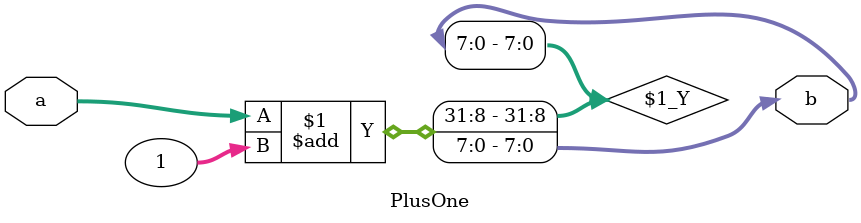
<source format=v>
module PlusOne(
    input[7:0] a,
    output[7:0] b
);
    assign b = a + 1;
endmodule
</source>
